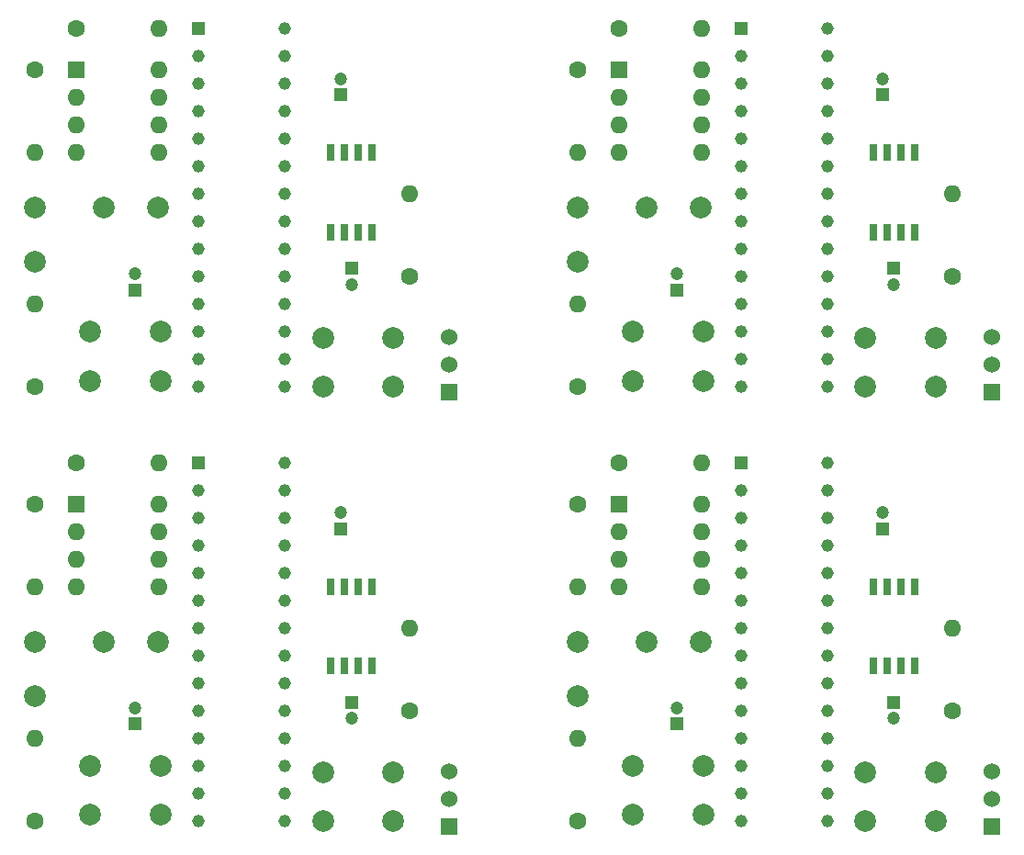
<source format=gts>
%TF.GenerationSoftware,KiCad,Pcbnew,(5.1.9-0-10_14)*%
%TF.CreationDate,2021-04-15T21:04:48+09:00*%
%TF.ProjectId,RadioExercise_2x2,52616469-6f45-4786-9572-636973655f32,rev?*%
%TF.SameCoordinates,Original*%
%TF.FileFunction,Soldermask,Top*%
%TF.FilePolarity,Negative*%
%FSLAX46Y46*%
G04 Gerber Fmt 4.6, Leading zero omitted, Abs format (unit mm)*
G04 Created by KiCad (PCBNEW (5.1.9-0-10_14)) date 2021-04-15 21:04:48*
%MOMM*%
%LPD*%
G01*
G04 APERTURE LIST*
%ADD10R,1.524000X1.524000*%
%ADD11C,1.524000*%
%ADD12C,2.000000*%
%ADD13O,1.600000X1.600000*%
%ADD14C,1.600000*%
%ADD15R,0.700000X1.550000*%
%ADD16R,1.158000X1.158000*%
%ADD17C,1.158000*%
%ADD18R,1.600000X1.600000*%
%ADD19R,1.200000X1.200000*%
%ADD20C,1.200000*%
G04 APERTURE END LIST*
D10*
%TO.C,SW5*%
X177928000Y-143528000D03*
D11*
X177928000Y-140988000D03*
X177928000Y-138448000D03*
%TD*%
D10*
%TO.C,SW5*%
X127928000Y-143528000D03*
D11*
X127928000Y-140988000D03*
X127928000Y-138448000D03*
%TD*%
D10*
%TO.C,SW5*%
X177928000Y-103528000D03*
D11*
X177928000Y-100988000D03*
X177928000Y-98448000D03*
%TD*%
D12*
%TO.C,SW2*%
X166292000Y-143020000D03*
X166292000Y-138520000D03*
X172792000Y-143020000D03*
X172792000Y-138520000D03*
%TD*%
%TO.C,SW2*%
X116292000Y-143020000D03*
X116292000Y-138520000D03*
X122792000Y-143020000D03*
X122792000Y-138520000D03*
%TD*%
%TO.C,SW2*%
X166292000Y-103020000D03*
X166292000Y-98520000D03*
X172792000Y-103020000D03*
X172792000Y-98520000D03*
%TD*%
%TO.C,SW1*%
X144852000Y-142440000D03*
X144852000Y-137940000D03*
X151352000Y-142440000D03*
X151352000Y-137940000D03*
%TD*%
%TO.C,SW1*%
X94852000Y-142440000D03*
X94852000Y-137940000D03*
X101352000Y-142440000D03*
X101352000Y-137940000D03*
%TD*%
%TO.C,SW1*%
X144852000Y-102440000D03*
X144852000Y-97940000D03*
X151352000Y-102440000D03*
X151352000Y-97940000D03*
%TD*%
D13*
%TO.C,R5*%
X151202000Y-110000000D03*
D14*
X143582000Y-110000000D03*
%TD*%
D13*
%TO.C,R5*%
X101202000Y-110000000D03*
D14*
X93582000Y-110000000D03*
%TD*%
D13*
%TO.C,R5*%
X151202000Y-70000000D03*
D14*
X143582000Y-70000000D03*
%TD*%
%TO.C,R4*%
X139772000Y-113810000D03*
D13*
X139772000Y-121430000D03*
%TD*%
D14*
%TO.C,R4*%
X89772000Y-113810000D03*
D13*
X89772000Y-121430000D03*
%TD*%
D14*
%TO.C,R4*%
X139772000Y-73810000D03*
D13*
X139772000Y-81430000D03*
%TD*%
D14*
%TO.C,R3*%
X174316000Y-132860000D03*
D13*
X174316000Y-125240000D03*
%TD*%
D14*
%TO.C,R3*%
X124316000Y-132860000D03*
D13*
X124316000Y-125240000D03*
%TD*%
D14*
%TO.C,R3*%
X174316000Y-92860000D03*
D13*
X174316000Y-85240000D03*
%TD*%
%TO.C,R2*%
X139772000Y-135400000D03*
D14*
X139772000Y-143020000D03*
%TD*%
D13*
%TO.C,R2*%
X89772000Y-135400000D03*
D14*
X89772000Y-143020000D03*
%TD*%
D13*
%TO.C,R2*%
X139772000Y-95400000D03*
D14*
X139772000Y-103020000D03*
%TD*%
D15*
%TO.C,IC3*%
X167023000Y-128734000D03*
X168293000Y-128734000D03*
X169563000Y-128734000D03*
X170833000Y-128734000D03*
X170833000Y-121434000D03*
X169563000Y-121434000D03*
X168293000Y-121434000D03*
X167023000Y-121434000D03*
%TD*%
%TO.C,IC3*%
X117023000Y-128734000D03*
X118293000Y-128734000D03*
X119563000Y-128734000D03*
X120833000Y-128734000D03*
X120833000Y-121434000D03*
X119563000Y-121434000D03*
X118293000Y-121434000D03*
X117023000Y-121434000D03*
%TD*%
%TO.C,IC3*%
X167023000Y-88734000D03*
X168293000Y-88734000D03*
X169563000Y-88734000D03*
X170833000Y-88734000D03*
X170833000Y-81434000D03*
X169563000Y-81434000D03*
X168293000Y-81434000D03*
X167023000Y-81434000D03*
%TD*%
D16*
%TO.C,IC2*%
X154853000Y-110000000D03*
D17*
X154853000Y-112540000D03*
X154853000Y-115080000D03*
X154853000Y-117620000D03*
X154853000Y-120160000D03*
X154853000Y-122700000D03*
X154853000Y-125240000D03*
X154853000Y-127780000D03*
X154853000Y-130320000D03*
X154853000Y-132860000D03*
X154853000Y-135400000D03*
X154853000Y-137940000D03*
X154853000Y-140480000D03*
X154853000Y-143020000D03*
X162791000Y-143020000D03*
X162791000Y-140480000D03*
X162791000Y-137940000D03*
X162791000Y-135400000D03*
X162791000Y-132860000D03*
X162791000Y-130320000D03*
X162791000Y-127780000D03*
X162791000Y-125240000D03*
X162791000Y-122700000D03*
X162791000Y-120160000D03*
X162791000Y-117620000D03*
X162791000Y-115080000D03*
X162791000Y-112540000D03*
X162791000Y-110000000D03*
%TD*%
D16*
%TO.C,IC2*%
X104853000Y-110000000D03*
D17*
X104853000Y-112540000D03*
X104853000Y-115080000D03*
X104853000Y-117620000D03*
X104853000Y-120160000D03*
X104853000Y-122700000D03*
X104853000Y-125240000D03*
X104853000Y-127780000D03*
X104853000Y-130320000D03*
X104853000Y-132860000D03*
X104853000Y-135400000D03*
X104853000Y-137940000D03*
X104853000Y-140480000D03*
X104853000Y-143020000D03*
X112791000Y-143020000D03*
X112791000Y-140480000D03*
X112791000Y-137940000D03*
X112791000Y-135400000D03*
X112791000Y-132860000D03*
X112791000Y-130320000D03*
X112791000Y-127780000D03*
X112791000Y-125240000D03*
X112791000Y-122700000D03*
X112791000Y-120160000D03*
X112791000Y-117620000D03*
X112791000Y-115080000D03*
X112791000Y-112540000D03*
X112791000Y-110000000D03*
%TD*%
D16*
%TO.C,IC2*%
X154853000Y-70000000D03*
D17*
X154853000Y-72540000D03*
X154853000Y-75080000D03*
X154853000Y-77620000D03*
X154853000Y-80160000D03*
X154853000Y-82700000D03*
X154853000Y-85240000D03*
X154853000Y-87780000D03*
X154853000Y-90320000D03*
X154853000Y-92860000D03*
X154853000Y-95400000D03*
X154853000Y-97940000D03*
X154853000Y-100480000D03*
X154853000Y-103020000D03*
X162791000Y-103020000D03*
X162791000Y-100480000D03*
X162791000Y-97940000D03*
X162791000Y-95400000D03*
X162791000Y-92860000D03*
X162791000Y-90320000D03*
X162791000Y-87780000D03*
X162791000Y-85240000D03*
X162791000Y-82700000D03*
X162791000Y-80160000D03*
X162791000Y-77620000D03*
X162791000Y-75080000D03*
X162791000Y-72540000D03*
X162791000Y-70000000D03*
%TD*%
D18*
%TO.C,IC1*%
X143582000Y-113810000D03*
D13*
X151202000Y-121430000D03*
X143582000Y-116350000D03*
X151202000Y-118890000D03*
X143582000Y-118890000D03*
X151202000Y-116350000D03*
X143582000Y-121430000D03*
X151202000Y-113810000D03*
%TD*%
D18*
%TO.C,IC1*%
X93582000Y-113810000D03*
D13*
X101202000Y-121430000D03*
X93582000Y-116350000D03*
X101202000Y-118890000D03*
X93582000Y-118890000D03*
X101202000Y-116350000D03*
X93582000Y-121430000D03*
X101202000Y-113810000D03*
%TD*%
D18*
%TO.C,IC1*%
X143582000Y-73810000D03*
D13*
X151202000Y-81430000D03*
X143582000Y-76350000D03*
X151202000Y-78890000D03*
X143582000Y-78890000D03*
X151202000Y-76350000D03*
X143582000Y-81430000D03*
X151202000Y-73810000D03*
%TD*%
D19*
%TO.C,C5*%
X167928000Y-116084000D03*
D20*
X167928000Y-114584000D03*
%TD*%
D19*
%TO.C,C5*%
X117928000Y-116084000D03*
D20*
X117928000Y-114584000D03*
%TD*%
D19*
%TO.C,C5*%
X167928000Y-76084000D03*
D20*
X167928000Y-74584000D03*
%TD*%
D12*
%TO.C,C4*%
X151122000Y-126510000D03*
X146122000Y-126510000D03*
%TD*%
%TO.C,C4*%
X101122000Y-126510000D03*
X96122000Y-126510000D03*
%TD*%
%TO.C,C4*%
X151122000Y-86510000D03*
X146122000Y-86510000D03*
%TD*%
D20*
%TO.C,C3*%
X168928000Y-133584000D03*
D19*
X168928000Y-132084000D03*
%TD*%
D20*
%TO.C,C3*%
X118928000Y-133584000D03*
D19*
X118928000Y-132084000D03*
%TD*%
D20*
%TO.C,C3*%
X168928000Y-93584000D03*
D19*
X168928000Y-92084000D03*
%TD*%
%TO.C,C2*%
X148928000Y-134084000D03*
D20*
X148928000Y-132584000D03*
%TD*%
D19*
%TO.C,C2*%
X98928000Y-134084000D03*
D20*
X98928000Y-132584000D03*
%TD*%
D19*
%TO.C,C2*%
X148928000Y-94084000D03*
D20*
X148928000Y-92584000D03*
%TD*%
D12*
%TO.C,C1*%
X139772000Y-126510000D03*
X139772000Y-131510000D03*
%TD*%
%TO.C,C1*%
X89772000Y-126510000D03*
X89772000Y-131510000D03*
%TD*%
%TO.C,C1*%
X139772000Y-86510000D03*
X139772000Y-91510000D03*
%TD*%
%TO.C,C1*%
X89772000Y-91510000D03*
X89772000Y-86510000D03*
%TD*%
D20*
%TO.C,C2*%
X98928000Y-92584000D03*
D19*
X98928000Y-94084000D03*
%TD*%
%TO.C,C3*%
X118928000Y-92084000D03*
D20*
X118928000Y-93584000D03*
%TD*%
D12*
%TO.C,C4*%
X96122000Y-86510000D03*
X101122000Y-86510000D03*
%TD*%
D20*
%TO.C,C5*%
X117928000Y-74584000D03*
D19*
X117928000Y-76084000D03*
%TD*%
D13*
%TO.C,IC1*%
X101202000Y-73810000D03*
X93582000Y-81430000D03*
X101202000Y-76350000D03*
X93582000Y-78890000D03*
X101202000Y-78890000D03*
X93582000Y-76350000D03*
X101202000Y-81430000D03*
D18*
X93582000Y-73810000D03*
%TD*%
D17*
%TO.C,IC2*%
X112791000Y-70000000D03*
X112791000Y-72540000D03*
X112791000Y-75080000D03*
X112791000Y-77620000D03*
X112791000Y-80160000D03*
X112791000Y-82700000D03*
X112791000Y-85240000D03*
X112791000Y-87780000D03*
X112791000Y-90320000D03*
X112791000Y-92860000D03*
X112791000Y-95400000D03*
X112791000Y-97940000D03*
X112791000Y-100480000D03*
X112791000Y-103020000D03*
X104853000Y-103020000D03*
X104853000Y-100480000D03*
X104853000Y-97940000D03*
X104853000Y-95400000D03*
X104853000Y-92860000D03*
X104853000Y-90320000D03*
X104853000Y-87780000D03*
X104853000Y-85240000D03*
X104853000Y-82700000D03*
X104853000Y-80160000D03*
X104853000Y-77620000D03*
X104853000Y-75080000D03*
X104853000Y-72540000D03*
D16*
X104853000Y-70000000D03*
%TD*%
D15*
%TO.C,IC3*%
X117023000Y-81434000D03*
X118293000Y-81434000D03*
X119563000Y-81434000D03*
X120833000Y-81434000D03*
X120833000Y-88734000D03*
X119563000Y-88734000D03*
X118293000Y-88734000D03*
X117023000Y-88734000D03*
%TD*%
D14*
%TO.C,R2*%
X89772000Y-103020000D03*
D13*
X89772000Y-95400000D03*
%TD*%
%TO.C,R3*%
X124316000Y-85240000D03*
D14*
X124316000Y-92860000D03*
%TD*%
D13*
%TO.C,R4*%
X89772000Y-81430000D03*
D14*
X89772000Y-73810000D03*
%TD*%
%TO.C,R5*%
X93582000Y-70000000D03*
D13*
X101202000Y-70000000D03*
%TD*%
D12*
%TO.C,SW1*%
X101352000Y-97940000D03*
X101352000Y-102440000D03*
X94852000Y-97940000D03*
X94852000Y-102440000D03*
%TD*%
%TO.C,SW2*%
X122792000Y-98520000D03*
X122792000Y-103020000D03*
X116292000Y-98520000D03*
X116292000Y-103020000D03*
%TD*%
D11*
%TO.C,SW5*%
X127928000Y-98448000D03*
X127928000Y-100988000D03*
D10*
X127928000Y-103528000D03*
%TD*%
M02*

</source>
